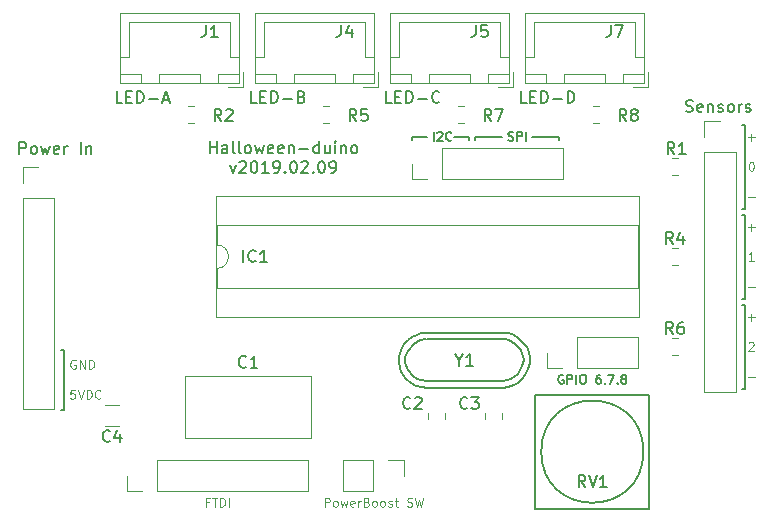
<source format=gbr>
G04 #@! TF.GenerationSoftware,KiCad,Pcbnew,(5.0.2)-1*
G04 #@! TF.CreationDate,2019-02-09T20:55:45-06:00*
G04 #@! TF.ProjectId,Halloween-Controller,48616c6c-6f77-4656-956e-2d436f6e7472,0.1*
G04 #@! TF.SameCoordinates,Original*
G04 #@! TF.FileFunction,Legend,Top*
G04 #@! TF.FilePolarity,Positive*
%FSLAX46Y46*%
G04 Gerber Fmt 4.6, Leading zero omitted, Abs format (unit mm)*
G04 Created by KiCad (PCBNEW (5.0.2)-1) date 2/9/2019 8:55:45 PM*
%MOMM*%
%LPD*%
G01*
G04 APERTURE LIST*
%ADD10C,0.150000*%
%ADD11C,0.100000*%
%ADD12C,0.200000*%
%ADD13C,0.120000*%
G04 APERTURE END LIST*
D10*
X102616380Y-71318380D02*
X102616380Y-70318380D01*
X102997333Y-70318380D01*
X103092571Y-70366000D01*
X103140190Y-70413619D01*
X103187809Y-70508857D01*
X103187809Y-70651714D01*
X103140190Y-70746952D01*
X103092571Y-70794571D01*
X102997333Y-70842190D01*
X102616380Y-70842190D01*
X103759238Y-71318380D02*
X103664000Y-71270761D01*
X103616380Y-71223142D01*
X103568761Y-71127904D01*
X103568761Y-70842190D01*
X103616380Y-70746952D01*
X103664000Y-70699333D01*
X103759238Y-70651714D01*
X103902095Y-70651714D01*
X103997333Y-70699333D01*
X104044952Y-70746952D01*
X104092571Y-70842190D01*
X104092571Y-71127904D01*
X104044952Y-71223142D01*
X103997333Y-71270761D01*
X103902095Y-71318380D01*
X103759238Y-71318380D01*
X104425904Y-70651714D02*
X104616380Y-71318380D01*
X104806857Y-70842190D01*
X104997333Y-71318380D01*
X105187809Y-70651714D01*
X105949714Y-71270761D02*
X105854476Y-71318380D01*
X105664000Y-71318380D01*
X105568761Y-71270761D01*
X105521142Y-71175523D01*
X105521142Y-70794571D01*
X105568761Y-70699333D01*
X105664000Y-70651714D01*
X105854476Y-70651714D01*
X105949714Y-70699333D01*
X105997333Y-70794571D01*
X105997333Y-70889809D01*
X105521142Y-70985047D01*
X106425904Y-71318380D02*
X106425904Y-70651714D01*
X106425904Y-70842190D02*
X106473523Y-70746952D01*
X106521142Y-70699333D01*
X106616380Y-70651714D01*
X106711619Y-70651714D01*
X107806857Y-71318380D02*
X107806857Y-70318380D01*
X108283047Y-70651714D02*
X108283047Y-71318380D01*
X108283047Y-70746952D02*
X108330666Y-70699333D01*
X108425904Y-70651714D01*
X108568761Y-70651714D01*
X108664000Y-70699333D01*
X108711619Y-70794571D01*
X108711619Y-71318380D01*
D11*
X107378571Y-88779000D02*
X107307142Y-88743285D01*
X107200000Y-88743285D01*
X107092857Y-88779000D01*
X107021428Y-88850428D01*
X106985714Y-88921857D01*
X106950000Y-89064714D01*
X106950000Y-89171857D01*
X106985714Y-89314714D01*
X107021428Y-89386142D01*
X107092857Y-89457571D01*
X107200000Y-89493285D01*
X107271428Y-89493285D01*
X107378571Y-89457571D01*
X107414285Y-89421857D01*
X107414285Y-89171857D01*
X107271428Y-89171857D01*
X107735714Y-89493285D02*
X107735714Y-88743285D01*
X108164285Y-89493285D01*
X108164285Y-88743285D01*
X108521428Y-89493285D02*
X108521428Y-88743285D01*
X108700000Y-88743285D01*
X108807142Y-88779000D01*
X108878571Y-88850428D01*
X108914285Y-88921857D01*
X108950000Y-89064714D01*
X108950000Y-89171857D01*
X108914285Y-89314714D01*
X108878571Y-89386142D01*
X108807142Y-89457571D01*
X108700000Y-89493285D01*
X108521428Y-89493285D01*
X107311142Y-91283285D02*
X106954000Y-91283285D01*
X106918285Y-91640428D01*
X106954000Y-91604714D01*
X107025428Y-91569000D01*
X107204000Y-91569000D01*
X107275428Y-91604714D01*
X107311142Y-91640428D01*
X107346857Y-91711857D01*
X107346857Y-91890428D01*
X107311142Y-91961857D01*
X107275428Y-91997571D01*
X107204000Y-92033285D01*
X107025428Y-92033285D01*
X106954000Y-91997571D01*
X106918285Y-91961857D01*
X107561142Y-91283285D02*
X107811142Y-92033285D01*
X108061142Y-91283285D01*
X108311142Y-92033285D02*
X108311142Y-91283285D01*
X108489714Y-91283285D01*
X108596857Y-91319000D01*
X108668285Y-91390428D01*
X108704000Y-91461857D01*
X108739714Y-91604714D01*
X108739714Y-91711857D01*
X108704000Y-91854714D01*
X108668285Y-91926142D01*
X108596857Y-91997571D01*
X108489714Y-92033285D01*
X108311142Y-92033285D01*
X109489714Y-91961857D02*
X109454000Y-91997571D01*
X109346857Y-92033285D01*
X109275428Y-92033285D01*
X109168285Y-91997571D01*
X109096857Y-91926142D01*
X109061142Y-91854714D01*
X109025428Y-91711857D01*
X109025428Y-91604714D01*
X109061142Y-91461857D01*
X109096857Y-91390428D01*
X109168285Y-91319000D01*
X109275428Y-91283285D01*
X109346857Y-91283285D01*
X109454000Y-91319000D01*
X109489714Y-91354714D01*
X128463000Y-101177285D02*
X128463000Y-100427285D01*
X128748714Y-100427285D01*
X128820142Y-100463000D01*
X128855857Y-100498714D01*
X128891571Y-100570142D01*
X128891571Y-100677285D01*
X128855857Y-100748714D01*
X128820142Y-100784428D01*
X128748714Y-100820142D01*
X128463000Y-100820142D01*
X129320142Y-101177285D02*
X129248714Y-101141571D01*
X129213000Y-101105857D01*
X129177285Y-101034428D01*
X129177285Y-100820142D01*
X129213000Y-100748714D01*
X129248714Y-100713000D01*
X129320142Y-100677285D01*
X129427285Y-100677285D01*
X129498714Y-100713000D01*
X129534428Y-100748714D01*
X129570142Y-100820142D01*
X129570142Y-101034428D01*
X129534428Y-101105857D01*
X129498714Y-101141571D01*
X129427285Y-101177285D01*
X129320142Y-101177285D01*
X129820142Y-100677285D02*
X129963000Y-101177285D01*
X130105857Y-100820142D01*
X130248714Y-101177285D01*
X130391571Y-100677285D01*
X130963000Y-101141571D02*
X130891571Y-101177285D01*
X130748714Y-101177285D01*
X130677285Y-101141571D01*
X130641571Y-101070142D01*
X130641571Y-100784428D01*
X130677285Y-100713000D01*
X130748714Y-100677285D01*
X130891571Y-100677285D01*
X130963000Y-100713000D01*
X130998714Y-100784428D01*
X130998714Y-100855857D01*
X130641571Y-100927285D01*
X131320142Y-101177285D02*
X131320142Y-100677285D01*
X131320142Y-100820142D02*
X131355857Y-100748714D01*
X131391571Y-100713000D01*
X131463000Y-100677285D01*
X131534428Y-100677285D01*
X132034428Y-100784428D02*
X132141571Y-100820142D01*
X132177285Y-100855857D01*
X132213000Y-100927285D01*
X132213000Y-101034428D01*
X132177285Y-101105857D01*
X132141571Y-101141571D01*
X132070142Y-101177285D01*
X131784428Y-101177285D01*
X131784428Y-100427285D01*
X132034428Y-100427285D01*
X132105857Y-100463000D01*
X132141571Y-100498714D01*
X132177285Y-100570142D01*
X132177285Y-100641571D01*
X132141571Y-100713000D01*
X132105857Y-100748714D01*
X132034428Y-100784428D01*
X131784428Y-100784428D01*
X132641571Y-101177285D02*
X132570142Y-101141571D01*
X132534428Y-101105857D01*
X132498714Y-101034428D01*
X132498714Y-100820142D01*
X132534428Y-100748714D01*
X132570142Y-100713000D01*
X132641571Y-100677285D01*
X132748714Y-100677285D01*
X132820142Y-100713000D01*
X132855857Y-100748714D01*
X132891571Y-100820142D01*
X132891571Y-101034428D01*
X132855857Y-101105857D01*
X132820142Y-101141571D01*
X132748714Y-101177285D01*
X132641571Y-101177285D01*
X133320142Y-101177285D02*
X133248714Y-101141571D01*
X133213000Y-101105857D01*
X133177285Y-101034428D01*
X133177285Y-100820142D01*
X133213000Y-100748714D01*
X133248714Y-100713000D01*
X133320142Y-100677285D01*
X133427285Y-100677285D01*
X133498714Y-100713000D01*
X133534428Y-100748714D01*
X133570142Y-100820142D01*
X133570142Y-101034428D01*
X133534428Y-101105857D01*
X133498714Y-101141571D01*
X133427285Y-101177285D01*
X133320142Y-101177285D01*
X133855857Y-101141571D02*
X133927285Y-101177285D01*
X134070142Y-101177285D01*
X134141571Y-101141571D01*
X134177285Y-101070142D01*
X134177285Y-101034428D01*
X134141571Y-100963000D01*
X134070142Y-100927285D01*
X133963000Y-100927285D01*
X133891571Y-100891571D01*
X133855857Y-100820142D01*
X133855857Y-100784428D01*
X133891571Y-100713000D01*
X133963000Y-100677285D01*
X134070142Y-100677285D01*
X134141571Y-100713000D01*
X134391571Y-100677285D02*
X134677285Y-100677285D01*
X134498714Y-100427285D02*
X134498714Y-101070142D01*
X134534428Y-101141571D01*
X134605857Y-101177285D01*
X134677285Y-101177285D01*
X135463000Y-101141571D02*
X135570142Y-101177285D01*
X135748714Y-101177285D01*
X135820142Y-101141571D01*
X135855857Y-101105857D01*
X135891571Y-101034428D01*
X135891571Y-100963000D01*
X135855857Y-100891571D01*
X135820142Y-100855857D01*
X135748714Y-100820142D01*
X135605857Y-100784428D01*
X135534428Y-100748714D01*
X135498714Y-100713000D01*
X135463000Y-100641571D01*
X135463000Y-100570142D01*
X135498714Y-100498714D01*
X135534428Y-100463000D01*
X135605857Y-100427285D01*
X135784428Y-100427285D01*
X135891571Y-100463000D01*
X136141571Y-100427285D02*
X136320142Y-101177285D01*
X136463000Y-100641571D01*
X136605857Y-101177285D01*
X136784428Y-100427285D01*
X118647857Y-100784428D02*
X118397857Y-100784428D01*
X118397857Y-101177285D02*
X118397857Y-100427285D01*
X118755000Y-100427285D01*
X118933571Y-100427285D02*
X119362142Y-100427285D01*
X119147857Y-101177285D02*
X119147857Y-100427285D01*
X119612142Y-101177285D02*
X119612142Y-100427285D01*
X119790714Y-100427285D01*
X119897857Y-100463000D01*
X119969285Y-100534428D01*
X120005000Y-100605857D01*
X120040714Y-100748714D01*
X120040714Y-100855857D01*
X120005000Y-100998714D01*
X119969285Y-101070142D01*
X119897857Y-101141571D01*
X119790714Y-101177285D01*
X119612142Y-101177285D01*
X120362142Y-101177285D02*
X120362142Y-100427285D01*
X164306285Y-90223571D02*
X164877714Y-90223571D01*
X164306285Y-85143571D02*
X164877714Y-85143571D01*
X164592000Y-85429285D02*
X164592000Y-84857857D01*
X164377714Y-87290714D02*
X164413428Y-87255000D01*
X164484857Y-87219285D01*
X164663428Y-87219285D01*
X164734857Y-87255000D01*
X164770571Y-87290714D01*
X164806285Y-87362142D01*
X164806285Y-87433571D01*
X164770571Y-87540714D01*
X164342000Y-87969285D01*
X164806285Y-87969285D01*
D12*
X163830000Y-91186000D02*
X164084000Y-91186000D01*
X164084000Y-84074000D02*
X163830000Y-84074000D01*
X164084000Y-84074000D02*
X164084000Y-91186000D01*
D11*
X164306285Y-77523571D02*
X164877714Y-77523571D01*
X164592000Y-77809285D02*
X164592000Y-77237857D01*
X164806285Y-80349285D02*
X164377714Y-80349285D01*
X164592000Y-80349285D02*
X164592000Y-79599285D01*
X164520571Y-79706428D01*
X164449142Y-79777857D01*
X164377714Y-79813571D01*
X164306285Y-82603571D02*
X164877714Y-82603571D01*
D12*
X163830000Y-83566000D02*
X164084000Y-83566000D01*
X164084000Y-76454000D02*
X164084000Y-83566000D01*
X164084000Y-76454000D02*
X163830000Y-76454000D01*
D11*
X164556285Y-71979285D02*
X164627714Y-71979285D01*
X164699142Y-72015000D01*
X164734857Y-72050714D01*
X164770571Y-72122142D01*
X164806285Y-72265000D01*
X164806285Y-72443571D01*
X164770571Y-72586428D01*
X164734857Y-72657857D01*
X164699142Y-72693571D01*
X164627714Y-72729285D01*
X164556285Y-72729285D01*
X164484857Y-72693571D01*
X164449142Y-72657857D01*
X164413428Y-72586428D01*
X164377714Y-72443571D01*
X164377714Y-72265000D01*
X164413428Y-72122142D01*
X164449142Y-72050714D01*
X164484857Y-72015000D01*
X164556285Y-71979285D01*
X164306285Y-74983571D02*
X164877714Y-74983571D01*
X164306285Y-69903571D02*
X164877714Y-69903571D01*
X164592000Y-70189285D02*
X164592000Y-69617857D01*
D12*
X163830000Y-75946000D02*
X164084000Y-75946000D01*
X164084000Y-68834000D02*
X164084000Y-75946000D01*
X164084000Y-68834000D02*
X163830000Y-68834000D01*
D10*
X159059904Y-67714761D02*
X159202761Y-67762380D01*
X159440857Y-67762380D01*
X159536095Y-67714761D01*
X159583714Y-67667142D01*
X159631333Y-67571904D01*
X159631333Y-67476666D01*
X159583714Y-67381428D01*
X159536095Y-67333809D01*
X159440857Y-67286190D01*
X159250380Y-67238571D01*
X159155142Y-67190952D01*
X159107523Y-67143333D01*
X159059904Y-67048095D01*
X159059904Y-66952857D01*
X159107523Y-66857619D01*
X159155142Y-66810000D01*
X159250380Y-66762380D01*
X159488476Y-66762380D01*
X159631333Y-66810000D01*
X160440857Y-67714761D02*
X160345619Y-67762380D01*
X160155142Y-67762380D01*
X160059904Y-67714761D01*
X160012285Y-67619523D01*
X160012285Y-67238571D01*
X160059904Y-67143333D01*
X160155142Y-67095714D01*
X160345619Y-67095714D01*
X160440857Y-67143333D01*
X160488476Y-67238571D01*
X160488476Y-67333809D01*
X160012285Y-67429047D01*
X160917047Y-67095714D02*
X160917047Y-67762380D01*
X160917047Y-67190952D02*
X160964666Y-67143333D01*
X161059904Y-67095714D01*
X161202761Y-67095714D01*
X161298000Y-67143333D01*
X161345619Y-67238571D01*
X161345619Y-67762380D01*
X161774190Y-67714761D02*
X161869428Y-67762380D01*
X162059904Y-67762380D01*
X162155142Y-67714761D01*
X162202761Y-67619523D01*
X162202761Y-67571904D01*
X162155142Y-67476666D01*
X162059904Y-67429047D01*
X161917047Y-67429047D01*
X161821809Y-67381428D01*
X161774190Y-67286190D01*
X161774190Y-67238571D01*
X161821809Y-67143333D01*
X161917047Y-67095714D01*
X162059904Y-67095714D01*
X162155142Y-67143333D01*
X162774190Y-67762380D02*
X162678952Y-67714761D01*
X162631333Y-67667142D01*
X162583714Y-67571904D01*
X162583714Y-67286190D01*
X162631333Y-67190952D01*
X162678952Y-67143333D01*
X162774190Y-67095714D01*
X162917047Y-67095714D01*
X163012285Y-67143333D01*
X163059904Y-67190952D01*
X163107523Y-67286190D01*
X163107523Y-67571904D01*
X163059904Y-67667142D01*
X163012285Y-67714761D01*
X162917047Y-67762380D01*
X162774190Y-67762380D01*
X163536095Y-67762380D02*
X163536095Y-67095714D01*
X163536095Y-67286190D02*
X163583714Y-67190952D01*
X163631333Y-67143333D01*
X163726571Y-67095714D01*
X163821809Y-67095714D01*
X164107523Y-67714761D02*
X164202761Y-67762380D01*
X164393238Y-67762380D01*
X164488476Y-67714761D01*
X164536095Y-67619523D01*
X164536095Y-67571904D01*
X164488476Y-67476666D01*
X164393238Y-67429047D01*
X164250380Y-67429047D01*
X164155142Y-67381428D01*
X164107523Y-67286190D01*
X164107523Y-67238571D01*
X164155142Y-67143333D01*
X164250380Y-67095714D01*
X164393238Y-67095714D01*
X164488476Y-67143333D01*
D12*
X148336000Y-70104000D02*
X148336000Y-69850000D01*
X146050000Y-69850000D02*
X148336000Y-69850000D01*
X141224000Y-69850000D02*
X143510000Y-69850000D01*
X141224000Y-69850000D02*
X141224000Y-70104000D01*
X140716000Y-70104000D02*
X140716000Y-69850000D01*
X139446000Y-69850000D02*
X140716000Y-69850000D01*
X135890000Y-69850000D02*
X137160000Y-69850000D01*
X135890000Y-69850000D02*
X135890000Y-70104000D01*
D10*
X144012142Y-70153571D02*
X144119285Y-70189285D01*
X144297857Y-70189285D01*
X144369285Y-70153571D01*
X144405000Y-70117857D01*
X144440714Y-70046428D01*
X144440714Y-69975000D01*
X144405000Y-69903571D01*
X144369285Y-69867857D01*
X144297857Y-69832142D01*
X144155000Y-69796428D01*
X144083571Y-69760714D01*
X144047857Y-69725000D01*
X144012142Y-69653571D01*
X144012142Y-69582142D01*
X144047857Y-69510714D01*
X144083571Y-69475000D01*
X144155000Y-69439285D01*
X144333571Y-69439285D01*
X144440714Y-69475000D01*
X144762142Y-70189285D02*
X144762142Y-69439285D01*
X145047857Y-69439285D01*
X145119285Y-69475000D01*
X145155000Y-69510714D01*
X145190714Y-69582142D01*
X145190714Y-69689285D01*
X145155000Y-69760714D01*
X145119285Y-69796428D01*
X145047857Y-69832142D01*
X144762142Y-69832142D01*
X145512142Y-70189285D02*
X145512142Y-69439285D01*
X137697857Y-70189285D02*
X137697857Y-69439285D01*
X138019285Y-69510714D02*
X138055000Y-69475000D01*
X138126428Y-69439285D01*
X138305000Y-69439285D01*
X138376428Y-69475000D01*
X138412142Y-69510714D01*
X138447857Y-69582142D01*
X138447857Y-69653571D01*
X138412142Y-69760714D01*
X137983571Y-70189285D01*
X138447857Y-70189285D01*
X139197857Y-70117857D02*
X139162142Y-70153571D01*
X139055000Y-70189285D01*
X138983571Y-70189285D01*
X138876428Y-70153571D01*
X138805000Y-70082142D01*
X138769285Y-70010714D01*
X138733571Y-69867857D01*
X138733571Y-69760714D01*
X138769285Y-69617857D01*
X138805000Y-69546428D01*
X138876428Y-69475000D01*
X138983571Y-69439285D01*
X139055000Y-69439285D01*
X139162142Y-69475000D01*
X139197857Y-69510714D01*
X145558095Y-67000380D02*
X145081904Y-67000380D01*
X145081904Y-66000380D01*
X145891428Y-66476571D02*
X146224761Y-66476571D01*
X146367619Y-67000380D02*
X145891428Y-67000380D01*
X145891428Y-66000380D01*
X146367619Y-66000380D01*
X146796190Y-67000380D02*
X146796190Y-66000380D01*
X147034285Y-66000380D01*
X147177142Y-66048000D01*
X147272380Y-66143238D01*
X147320000Y-66238476D01*
X147367619Y-66428952D01*
X147367619Y-66571809D01*
X147320000Y-66762285D01*
X147272380Y-66857523D01*
X147177142Y-66952761D01*
X147034285Y-67000380D01*
X146796190Y-67000380D01*
X147796190Y-66619428D02*
X148558095Y-66619428D01*
X149034285Y-67000380D02*
X149034285Y-66000380D01*
X149272380Y-66000380D01*
X149415238Y-66048000D01*
X149510476Y-66143238D01*
X149558095Y-66238476D01*
X149605714Y-66428952D01*
X149605714Y-66571809D01*
X149558095Y-66762285D01*
X149510476Y-66857523D01*
X149415238Y-66952761D01*
X149272380Y-67000380D01*
X149034285Y-67000380D01*
X134128095Y-67000380D02*
X133651904Y-67000380D01*
X133651904Y-66000380D01*
X134461428Y-66476571D02*
X134794761Y-66476571D01*
X134937619Y-67000380D02*
X134461428Y-67000380D01*
X134461428Y-66000380D01*
X134937619Y-66000380D01*
X135366190Y-67000380D02*
X135366190Y-66000380D01*
X135604285Y-66000380D01*
X135747142Y-66048000D01*
X135842380Y-66143238D01*
X135890000Y-66238476D01*
X135937619Y-66428952D01*
X135937619Y-66571809D01*
X135890000Y-66762285D01*
X135842380Y-66857523D01*
X135747142Y-66952761D01*
X135604285Y-67000380D01*
X135366190Y-67000380D01*
X136366190Y-66619428D02*
X137128095Y-66619428D01*
X138175714Y-66905142D02*
X138128095Y-66952761D01*
X137985238Y-67000380D01*
X137890000Y-67000380D01*
X137747142Y-66952761D01*
X137651904Y-66857523D01*
X137604285Y-66762285D01*
X137556666Y-66571809D01*
X137556666Y-66428952D01*
X137604285Y-66238476D01*
X137651904Y-66143238D01*
X137747142Y-66048000D01*
X137890000Y-66000380D01*
X137985238Y-66000380D01*
X138128095Y-66048000D01*
X138175714Y-66095619D01*
X122698095Y-67000380D02*
X122221904Y-67000380D01*
X122221904Y-66000380D01*
X123031428Y-66476571D02*
X123364761Y-66476571D01*
X123507619Y-67000380D02*
X123031428Y-67000380D01*
X123031428Y-66000380D01*
X123507619Y-66000380D01*
X123936190Y-67000380D02*
X123936190Y-66000380D01*
X124174285Y-66000380D01*
X124317142Y-66048000D01*
X124412380Y-66143238D01*
X124460000Y-66238476D01*
X124507619Y-66428952D01*
X124507619Y-66571809D01*
X124460000Y-66762285D01*
X124412380Y-66857523D01*
X124317142Y-66952761D01*
X124174285Y-67000380D01*
X123936190Y-67000380D01*
X124936190Y-66619428D02*
X125698095Y-66619428D01*
X126507619Y-66476571D02*
X126650476Y-66524190D01*
X126698095Y-66571809D01*
X126745714Y-66667047D01*
X126745714Y-66809904D01*
X126698095Y-66905142D01*
X126650476Y-66952761D01*
X126555238Y-67000380D01*
X126174285Y-67000380D01*
X126174285Y-66000380D01*
X126507619Y-66000380D01*
X126602857Y-66048000D01*
X126650476Y-66095619D01*
X126698095Y-66190857D01*
X126698095Y-66286095D01*
X126650476Y-66381333D01*
X126602857Y-66428952D01*
X126507619Y-66476571D01*
X126174285Y-66476571D01*
X111339523Y-67000380D02*
X110863333Y-67000380D01*
X110863333Y-66000380D01*
X111672857Y-66476571D02*
X112006190Y-66476571D01*
X112149047Y-67000380D02*
X111672857Y-67000380D01*
X111672857Y-66000380D01*
X112149047Y-66000380D01*
X112577619Y-67000380D02*
X112577619Y-66000380D01*
X112815714Y-66000380D01*
X112958571Y-66048000D01*
X113053809Y-66143238D01*
X113101428Y-66238476D01*
X113149047Y-66428952D01*
X113149047Y-66571809D01*
X113101428Y-66762285D01*
X113053809Y-66857523D01*
X112958571Y-66952761D01*
X112815714Y-67000380D01*
X112577619Y-67000380D01*
X113577619Y-66619428D02*
X114339523Y-66619428D01*
X114768095Y-66714666D02*
X115244285Y-66714666D01*
X114672857Y-67000380D02*
X115006190Y-66000380D01*
X115339523Y-67000380D01*
X118753714Y-71255380D02*
X118753714Y-70255380D01*
X118753714Y-70731571D02*
X119325142Y-70731571D01*
X119325142Y-71255380D02*
X119325142Y-70255380D01*
X120229904Y-71255380D02*
X120229904Y-70731571D01*
X120182285Y-70636333D01*
X120087047Y-70588714D01*
X119896571Y-70588714D01*
X119801333Y-70636333D01*
X120229904Y-71207761D02*
X120134666Y-71255380D01*
X119896571Y-71255380D01*
X119801333Y-71207761D01*
X119753714Y-71112523D01*
X119753714Y-71017285D01*
X119801333Y-70922047D01*
X119896571Y-70874428D01*
X120134666Y-70874428D01*
X120229904Y-70826809D01*
X120848952Y-71255380D02*
X120753714Y-71207761D01*
X120706095Y-71112523D01*
X120706095Y-70255380D01*
X121372761Y-71255380D02*
X121277523Y-71207761D01*
X121229904Y-71112523D01*
X121229904Y-70255380D01*
X121896571Y-71255380D02*
X121801333Y-71207761D01*
X121753714Y-71160142D01*
X121706095Y-71064904D01*
X121706095Y-70779190D01*
X121753714Y-70683952D01*
X121801333Y-70636333D01*
X121896571Y-70588714D01*
X122039428Y-70588714D01*
X122134666Y-70636333D01*
X122182285Y-70683952D01*
X122229904Y-70779190D01*
X122229904Y-71064904D01*
X122182285Y-71160142D01*
X122134666Y-71207761D01*
X122039428Y-71255380D01*
X121896571Y-71255380D01*
X122563238Y-70588714D02*
X122753714Y-71255380D01*
X122944190Y-70779190D01*
X123134666Y-71255380D01*
X123325142Y-70588714D01*
X124087047Y-71207761D02*
X123991809Y-71255380D01*
X123801333Y-71255380D01*
X123706095Y-71207761D01*
X123658476Y-71112523D01*
X123658476Y-70731571D01*
X123706095Y-70636333D01*
X123801333Y-70588714D01*
X123991809Y-70588714D01*
X124087047Y-70636333D01*
X124134666Y-70731571D01*
X124134666Y-70826809D01*
X123658476Y-70922047D01*
X124944190Y-71207761D02*
X124848952Y-71255380D01*
X124658476Y-71255380D01*
X124563238Y-71207761D01*
X124515619Y-71112523D01*
X124515619Y-70731571D01*
X124563238Y-70636333D01*
X124658476Y-70588714D01*
X124848952Y-70588714D01*
X124944190Y-70636333D01*
X124991809Y-70731571D01*
X124991809Y-70826809D01*
X124515619Y-70922047D01*
X125420380Y-70588714D02*
X125420380Y-71255380D01*
X125420380Y-70683952D02*
X125468000Y-70636333D01*
X125563238Y-70588714D01*
X125706095Y-70588714D01*
X125801333Y-70636333D01*
X125848952Y-70731571D01*
X125848952Y-71255380D01*
X126325142Y-70874428D02*
X127087047Y-70874428D01*
X127991809Y-71255380D02*
X127991809Y-70255380D01*
X127991809Y-71207761D02*
X127896571Y-71255380D01*
X127706095Y-71255380D01*
X127610857Y-71207761D01*
X127563238Y-71160142D01*
X127515619Y-71064904D01*
X127515619Y-70779190D01*
X127563238Y-70683952D01*
X127610857Y-70636333D01*
X127706095Y-70588714D01*
X127896571Y-70588714D01*
X127991809Y-70636333D01*
X128896571Y-70588714D02*
X128896571Y-71255380D01*
X128468000Y-70588714D02*
X128468000Y-71112523D01*
X128515619Y-71207761D01*
X128610857Y-71255380D01*
X128753714Y-71255380D01*
X128848952Y-71207761D01*
X128896571Y-71160142D01*
X129372761Y-71255380D02*
X129372761Y-70588714D01*
X129372761Y-70255380D02*
X129325142Y-70303000D01*
X129372761Y-70350619D01*
X129420380Y-70303000D01*
X129372761Y-70255380D01*
X129372761Y-70350619D01*
X129848952Y-70588714D02*
X129848952Y-71255380D01*
X129848952Y-70683952D02*
X129896571Y-70636333D01*
X129991809Y-70588714D01*
X130134666Y-70588714D01*
X130229904Y-70636333D01*
X130277523Y-70731571D01*
X130277523Y-71255380D01*
X130896571Y-71255380D02*
X130801333Y-71207761D01*
X130753714Y-71160142D01*
X130706095Y-71064904D01*
X130706095Y-70779190D01*
X130753714Y-70683952D01*
X130801333Y-70636333D01*
X130896571Y-70588714D01*
X131039428Y-70588714D01*
X131134666Y-70636333D01*
X131182285Y-70683952D01*
X131229904Y-70779190D01*
X131229904Y-71064904D01*
X131182285Y-71160142D01*
X131134666Y-71207761D01*
X131039428Y-71255380D01*
X130896571Y-71255380D01*
X120444190Y-72238714D02*
X120682285Y-72905380D01*
X120920380Y-72238714D01*
X121253714Y-72000619D02*
X121301333Y-71953000D01*
X121396571Y-71905380D01*
X121634666Y-71905380D01*
X121729904Y-71953000D01*
X121777523Y-72000619D01*
X121825142Y-72095857D01*
X121825142Y-72191095D01*
X121777523Y-72333952D01*
X121206095Y-72905380D01*
X121825142Y-72905380D01*
X122444190Y-71905380D02*
X122539428Y-71905380D01*
X122634666Y-71953000D01*
X122682285Y-72000619D01*
X122729904Y-72095857D01*
X122777523Y-72286333D01*
X122777523Y-72524428D01*
X122729904Y-72714904D01*
X122682285Y-72810142D01*
X122634666Y-72857761D01*
X122539428Y-72905380D01*
X122444190Y-72905380D01*
X122348952Y-72857761D01*
X122301333Y-72810142D01*
X122253714Y-72714904D01*
X122206095Y-72524428D01*
X122206095Y-72286333D01*
X122253714Y-72095857D01*
X122301333Y-72000619D01*
X122348952Y-71953000D01*
X122444190Y-71905380D01*
X123729904Y-72905380D02*
X123158476Y-72905380D01*
X123444190Y-72905380D02*
X123444190Y-71905380D01*
X123348952Y-72048238D01*
X123253714Y-72143476D01*
X123158476Y-72191095D01*
X124206095Y-72905380D02*
X124396571Y-72905380D01*
X124491809Y-72857761D01*
X124539428Y-72810142D01*
X124634666Y-72667285D01*
X124682285Y-72476809D01*
X124682285Y-72095857D01*
X124634666Y-72000619D01*
X124587047Y-71953000D01*
X124491809Y-71905380D01*
X124301333Y-71905380D01*
X124206095Y-71953000D01*
X124158476Y-72000619D01*
X124110857Y-72095857D01*
X124110857Y-72333952D01*
X124158476Y-72429190D01*
X124206095Y-72476809D01*
X124301333Y-72524428D01*
X124491809Y-72524428D01*
X124587047Y-72476809D01*
X124634666Y-72429190D01*
X124682285Y-72333952D01*
X125110857Y-72810142D02*
X125158476Y-72857761D01*
X125110857Y-72905380D01*
X125063238Y-72857761D01*
X125110857Y-72810142D01*
X125110857Y-72905380D01*
X125777523Y-71905380D02*
X125872761Y-71905380D01*
X125968000Y-71953000D01*
X126015619Y-72000619D01*
X126063238Y-72095857D01*
X126110857Y-72286333D01*
X126110857Y-72524428D01*
X126063238Y-72714904D01*
X126015619Y-72810142D01*
X125968000Y-72857761D01*
X125872761Y-72905380D01*
X125777523Y-72905380D01*
X125682285Y-72857761D01*
X125634666Y-72810142D01*
X125587047Y-72714904D01*
X125539428Y-72524428D01*
X125539428Y-72286333D01*
X125587047Y-72095857D01*
X125634666Y-72000619D01*
X125682285Y-71953000D01*
X125777523Y-71905380D01*
X126491809Y-72000619D02*
X126539428Y-71953000D01*
X126634666Y-71905380D01*
X126872761Y-71905380D01*
X126968000Y-71953000D01*
X127015619Y-72000619D01*
X127063238Y-72095857D01*
X127063238Y-72191095D01*
X127015619Y-72333952D01*
X126444190Y-72905380D01*
X127063238Y-72905380D01*
X127491809Y-72810142D02*
X127539428Y-72857761D01*
X127491809Y-72905380D01*
X127444190Y-72857761D01*
X127491809Y-72810142D01*
X127491809Y-72905380D01*
X128158476Y-71905380D02*
X128253714Y-71905380D01*
X128348952Y-71953000D01*
X128396571Y-72000619D01*
X128444190Y-72095857D01*
X128491809Y-72286333D01*
X128491809Y-72524428D01*
X128444190Y-72714904D01*
X128396571Y-72810142D01*
X128348952Y-72857761D01*
X128253714Y-72905380D01*
X128158476Y-72905380D01*
X128063238Y-72857761D01*
X128015619Y-72810142D01*
X127968000Y-72714904D01*
X127920380Y-72524428D01*
X127920380Y-72286333D01*
X127968000Y-72095857D01*
X128015619Y-72000619D01*
X128063238Y-71953000D01*
X128158476Y-71905380D01*
X128968000Y-72905380D02*
X129158476Y-72905380D01*
X129253714Y-72857761D01*
X129301333Y-72810142D01*
X129396571Y-72667285D01*
X129444190Y-72476809D01*
X129444190Y-72095857D01*
X129396571Y-72000619D01*
X129348952Y-71953000D01*
X129253714Y-71905380D01*
X129063238Y-71905380D01*
X128968000Y-71953000D01*
X128920380Y-72000619D01*
X128872761Y-72095857D01*
X128872761Y-72333952D01*
X128920380Y-72429190D01*
X128968000Y-72476809D01*
X129063238Y-72524428D01*
X129253714Y-72524428D01*
X129348952Y-72476809D01*
X129396571Y-72429190D01*
X129444190Y-72333952D01*
X148665714Y-90049000D02*
X148594285Y-90013285D01*
X148487142Y-90013285D01*
X148380000Y-90049000D01*
X148308571Y-90120428D01*
X148272857Y-90191857D01*
X148237142Y-90334714D01*
X148237142Y-90441857D01*
X148272857Y-90584714D01*
X148308571Y-90656142D01*
X148380000Y-90727571D01*
X148487142Y-90763285D01*
X148558571Y-90763285D01*
X148665714Y-90727571D01*
X148701428Y-90691857D01*
X148701428Y-90441857D01*
X148558571Y-90441857D01*
X149022857Y-90763285D02*
X149022857Y-90013285D01*
X149308571Y-90013285D01*
X149380000Y-90049000D01*
X149415714Y-90084714D01*
X149451428Y-90156142D01*
X149451428Y-90263285D01*
X149415714Y-90334714D01*
X149380000Y-90370428D01*
X149308571Y-90406142D01*
X149022857Y-90406142D01*
X149772857Y-90763285D02*
X149772857Y-90013285D01*
X150272857Y-90013285D02*
X150415714Y-90013285D01*
X150487142Y-90049000D01*
X150558571Y-90120428D01*
X150594285Y-90263285D01*
X150594285Y-90513285D01*
X150558571Y-90656142D01*
X150487142Y-90727571D01*
X150415714Y-90763285D01*
X150272857Y-90763285D01*
X150201428Y-90727571D01*
X150130000Y-90656142D01*
X150094285Y-90513285D01*
X150094285Y-90263285D01*
X150130000Y-90120428D01*
X150201428Y-90049000D01*
X150272857Y-90013285D01*
X151808571Y-90013285D02*
X151665714Y-90013285D01*
X151594285Y-90049000D01*
X151558571Y-90084714D01*
X151487142Y-90191857D01*
X151451428Y-90334714D01*
X151451428Y-90620428D01*
X151487142Y-90691857D01*
X151522857Y-90727571D01*
X151594285Y-90763285D01*
X151737142Y-90763285D01*
X151808571Y-90727571D01*
X151844285Y-90691857D01*
X151880000Y-90620428D01*
X151880000Y-90441857D01*
X151844285Y-90370428D01*
X151808571Y-90334714D01*
X151737142Y-90299000D01*
X151594285Y-90299000D01*
X151522857Y-90334714D01*
X151487142Y-90370428D01*
X151451428Y-90441857D01*
X152201428Y-90691857D02*
X152237142Y-90727571D01*
X152201428Y-90763285D01*
X152165714Y-90727571D01*
X152201428Y-90691857D01*
X152201428Y-90763285D01*
X152487142Y-90013285D02*
X152987142Y-90013285D01*
X152665714Y-90763285D01*
X153272857Y-90691857D02*
X153308571Y-90727571D01*
X153272857Y-90763285D01*
X153237142Y-90727571D01*
X153272857Y-90691857D01*
X153272857Y-90763285D01*
X153737142Y-90334714D02*
X153665714Y-90299000D01*
X153630000Y-90263285D01*
X153594285Y-90191857D01*
X153594285Y-90156142D01*
X153630000Y-90084714D01*
X153665714Y-90049000D01*
X153737142Y-90013285D01*
X153880000Y-90013285D01*
X153951428Y-90049000D01*
X153987142Y-90084714D01*
X154022857Y-90156142D01*
X154022857Y-90191857D01*
X153987142Y-90263285D01*
X153951428Y-90299000D01*
X153880000Y-90334714D01*
X153737142Y-90334714D01*
X153665714Y-90370428D01*
X153630000Y-90406142D01*
X153594285Y-90477571D01*
X153594285Y-90620428D01*
X153630000Y-90691857D01*
X153665714Y-90727571D01*
X153737142Y-90763285D01*
X153880000Y-90763285D01*
X153951428Y-90727571D01*
X153987142Y-90691857D01*
X154022857Y-90620428D01*
X154022857Y-90477571D01*
X153987142Y-90406142D01*
X153951428Y-90370428D01*
X153880000Y-90334714D01*
D12*
X106426000Y-92964000D02*
X106172000Y-92964000D01*
X106426000Y-87884000D02*
X106426000Y-92964000D01*
X106172000Y-87884000D02*
X106426000Y-87884000D01*
D13*
G04 #@! TO.C,IC1*
X119320000Y-79010000D02*
G75*
G02X119320000Y-81010000I0J-1000000D01*
G01*
X119320000Y-81010000D02*
X119320000Y-82660000D01*
X119320000Y-82660000D02*
X155000000Y-82660000D01*
X155000000Y-82660000D02*
X155000000Y-77360000D01*
X155000000Y-77360000D02*
X119320000Y-77360000D01*
X119320000Y-77360000D02*
X119320000Y-79010000D01*
X119260000Y-85150000D02*
X155060000Y-85150000D01*
X155060000Y-85150000D02*
X155060000Y-74870000D01*
X155060000Y-74870000D02*
X119260000Y-74870000D01*
X119260000Y-74870000D02*
X119260000Y-85150000D01*
G04 #@! TO.C,C2*
X138632000Y-93219748D02*
X138632000Y-93742252D01*
X137212000Y-93219748D02*
X137212000Y-93742252D01*
G04 #@! TO.C,C3*
X142038000Y-93219748D02*
X142038000Y-93742252D01*
X143458000Y-93219748D02*
X143458000Y-93742252D01*
G04 #@! TO.C,J1*
X121515000Y-65615000D02*
X121515000Y-64365000D01*
X120265000Y-65615000D02*
X121515000Y-65615000D01*
X111865000Y-60115000D02*
X116165000Y-60115000D01*
X111865000Y-63065000D02*
X111865000Y-60115000D01*
X111115000Y-63065000D02*
X111865000Y-63065000D01*
X120465000Y-60115000D02*
X116165000Y-60115000D01*
X120465000Y-63065000D02*
X120465000Y-60115000D01*
X121215000Y-63065000D02*
X120465000Y-63065000D01*
X111115000Y-65315000D02*
X112915000Y-65315000D01*
X111115000Y-64565000D02*
X111115000Y-65315000D01*
X112915000Y-64565000D02*
X111115000Y-64565000D01*
X112915000Y-65315000D02*
X112915000Y-64565000D01*
X119415000Y-65315000D02*
X121215000Y-65315000D01*
X119415000Y-64565000D02*
X119415000Y-65315000D01*
X121215000Y-64565000D02*
X119415000Y-64565000D01*
X121215000Y-65315000D02*
X121215000Y-64565000D01*
X114415000Y-65315000D02*
X117915000Y-65315000D01*
X114415000Y-64565000D02*
X114415000Y-65315000D01*
X117915000Y-64565000D02*
X114415000Y-64565000D01*
X117915000Y-65315000D02*
X117915000Y-64565000D01*
X111105000Y-65325000D02*
X121225000Y-65325000D01*
X111105000Y-59355000D02*
X111105000Y-65325000D01*
X121225000Y-59355000D02*
X111105000Y-59355000D01*
X121225000Y-65325000D02*
X121225000Y-59355000D01*
G04 #@! TO.C,J2*
X127060000Y-99882000D02*
X127060000Y-97222000D01*
X114300000Y-99882000D02*
X127060000Y-99882000D01*
X114300000Y-97222000D02*
X127060000Y-97222000D01*
X114300000Y-99882000D02*
X114300000Y-97222000D01*
X113030000Y-99882000D02*
X111700000Y-99882000D01*
X111700000Y-99882000D02*
X111700000Y-98552000D01*
G04 #@! TO.C,J3*
X160595000Y-91500000D02*
X163255000Y-91500000D01*
X160595000Y-71120000D02*
X160595000Y-91500000D01*
X163255000Y-71120000D02*
X163255000Y-91500000D01*
X160595000Y-71120000D02*
X163255000Y-71120000D01*
X160595000Y-69850000D02*
X160595000Y-68520000D01*
X160595000Y-68520000D02*
X161925000Y-68520000D01*
G04 #@! TO.C,J4*
X132655000Y-65325000D02*
X132655000Y-59355000D01*
X132655000Y-59355000D02*
X122535000Y-59355000D01*
X122535000Y-59355000D02*
X122535000Y-65325000D01*
X122535000Y-65325000D02*
X132655000Y-65325000D01*
X129345000Y-65315000D02*
X129345000Y-64565000D01*
X129345000Y-64565000D02*
X125845000Y-64565000D01*
X125845000Y-64565000D02*
X125845000Y-65315000D01*
X125845000Y-65315000D02*
X129345000Y-65315000D01*
X132645000Y-65315000D02*
X132645000Y-64565000D01*
X132645000Y-64565000D02*
X130845000Y-64565000D01*
X130845000Y-64565000D02*
X130845000Y-65315000D01*
X130845000Y-65315000D02*
X132645000Y-65315000D01*
X124345000Y-65315000D02*
X124345000Y-64565000D01*
X124345000Y-64565000D02*
X122545000Y-64565000D01*
X122545000Y-64565000D02*
X122545000Y-65315000D01*
X122545000Y-65315000D02*
X124345000Y-65315000D01*
X132645000Y-63065000D02*
X131895000Y-63065000D01*
X131895000Y-63065000D02*
X131895000Y-60115000D01*
X131895000Y-60115000D02*
X127595000Y-60115000D01*
X122545000Y-63065000D02*
X123295000Y-63065000D01*
X123295000Y-63065000D02*
X123295000Y-60115000D01*
X123295000Y-60115000D02*
X127595000Y-60115000D01*
X131695000Y-65615000D02*
X132945000Y-65615000D01*
X132945000Y-65615000D02*
X132945000Y-64365000D01*
G04 #@! TO.C,J5*
X144085000Y-65325000D02*
X144085000Y-59355000D01*
X144085000Y-59355000D02*
X133965000Y-59355000D01*
X133965000Y-59355000D02*
X133965000Y-65325000D01*
X133965000Y-65325000D02*
X144085000Y-65325000D01*
X140775000Y-65315000D02*
X140775000Y-64565000D01*
X140775000Y-64565000D02*
X137275000Y-64565000D01*
X137275000Y-64565000D02*
X137275000Y-65315000D01*
X137275000Y-65315000D02*
X140775000Y-65315000D01*
X144075000Y-65315000D02*
X144075000Y-64565000D01*
X144075000Y-64565000D02*
X142275000Y-64565000D01*
X142275000Y-64565000D02*
X142275000Y-65315000D01*
X142275000Y-65315000D02*
X144075000Y-65315000D01*
X135775000Y-65315000D02*
X135775000Y-64565000D01*
X135775000Y-64565000D02*
X133975000Y-64565000D01*
X133975000Y-64565000D02*
X133975000Y-65315000D01*
X133975000Y-65315000D02*
X135775000Y-65315000D01*
X144075000Y-63065000D02*
X143325000Y-63065000D01*
X143325000Y-63065000D02*
X143325000Y-60115000D01*
X143325000Y-60115000D02*
X139025000Y-60115000D01*
X133975000Y-63065000D02*
X134725000Y-63065000D01*
X134725000Y-63065000D02*
X134725000Y-60115000D01*
X134725000Y-60115000D02*
X139025000Y-60115000D01*
X143125000Y-65615000D02*
X144375000Y-65615000D01*
X144375000Y-65615000D02*
X144375000Y-64365000D01*
G04 #@! TO.C,J6*
X148650000Y-73466000D02*
X148650000Y-70806000D01*
X138430000Y-73466000D02*
X148650000Y-73466000D01*
X138430000Y-70806000D02*
X148650000Y-70806000D01*
X138430000Y-73466000D02*
X138430000Y-70806000D01*
X137160000Y-73466000D02*
X135830000Y-73466000D01*
X135830000Y-73466000D02*
X135830000Y-72136000D01*
G04 #@! TO.C,J7*
X155805000Y-65615000D02*
X155805000Y-64365000D01*
X154555000Y-65615000D02*
X155805000Y-65615000D01*
X146155000Y-60115000D02*
X150455000Y-60115000D01*
X146155000Y-63065000D02*
X146155000Y-60115000D01*
X145405000Y-63065000D02*
X146155000Y-63065000D01*
X154755000Y-60115000D02*
X150455000Y-60115000D01*
X154755000Y-63065000D02*
X154755000Y-60115000D01*
X155505000Y-63065000D02*
X154755000Y-63065000D01*
X145405000Y-65315000D02*
X147205000Y-65315000D01*
X145405000Y-64565000D02*
X145405000Y-65315000D01*
X147205000Y-64565000D02*
X145405000Y-64565000D01*
X147205000Y-65315000D02*
X147205000Y-64565000D01*
X153705000Y-65315000D02*
X155505000Y-65315000D01*
X153705000Y-64565000D02*
X153705000Y-65315000D01*
X155505000Y-64565000D02*
X153705000Y-64565000D01*
X155505000Y-65315000D02*
X155505000Y-64565000D01*
X148705000Y-65315000D02*
X152205000Y-65315000D01*
X148705000Y-64565000D02*
X148705000Y-65315000D01*
X152205000Y-64565000D02*
X148705000Y-64565000D01*
X152205000Y-65315000D02*
X152205000Y-64565000D01*
X145395000Y-65325000D02*
X155515000Y-65325000D01*
X145395000Y-59355000D02*
X145395000Y-65325000D01*
X155515000Y-59355000D02*
X145395000Y-59355000D01*
X155515000Y-65325000D02*
X155515000Y-59355000D01*
G04 #@! TO.C,R1*
X158373578Y-71680000D02*
X157856422Y-71680000D01*
X158373578Y-73100000D02*
X157856422Y-73100000D01*
G04 #@! TO.C,R2*
X116883922Y-68655000D02*
X117401078Y-68655000D01*
X116883922Y-67235000D02*
X117401078Y-67235000D01*
G04 #@! TO.C,R4*
X158373578Y-80720000D02*
X157856422Y-80720000D01*
X158373578Y-79300000D02*
X157856422Y-79300000D01*
G04 #@! TO.C,R5*
X128313922Y-68655000D02*
X128831078Y-68655000D01*
X128313922Y-67235000D02*
X128831078Y-67235000D01*
G04 #@! TO.C,R6*
X158373578Y-86920000D02*
X157856422Y-86920000D01*
X158373578Y-88340000D02*
X157856422Y-88340000D01*
G04 #@! TO.C,R7*
X139743922Y-68655000D02*
X140261078Y-68655000D01*
X139743922Y-67235000D02*
X140261078Y-67235000D01*
G04 #@! TO.C,R8*
X151173922Y-67235000D02*
X151691078Y-67235000D01*
X151173922Y-68655000D02*
X151691078Y-68655000D01*
D10*
G04 #@! TO.C,Y1*
X145006060Y-87772240D02*
X145206720Y-88173560D01*
X145206720Y-88173560D02*
X145308320Y-88773000D01*
X145308320Y-88773000D02*
X145206720Y-89273380D01*
X145206720Y-89273380D02*
X144807940Y-89971880D01*
X144807940Y-89971880D02*
X144205960Y-90373200D01*
X144205960Y-90373200D02*
X143606520Y-90573860D01*
X143606520Y-90573860D02*
X137007600Y-90573860D01*
X137007600Y-90573860D02*
X136306560Y-90373200D01*
X136306560Y-90373200D02*
X135907780Y-90073480D01*
X135907780Y-90073480D02*
X135506460Y-89573100D01*
X135506460Y-89573100D02*
X135305800Y-88973660D01*
X135305800Y-88973660D02*
X135305800Y-88473280D01*
X135305800Y-88473280D02*
X135506460Y-87972900D01*
X135506460Y-87972900D02*
X136006840Y-87373460D01*
X136006840Y-87373460D02*
X136507220Y-87073740D01*
X136507220Y-87073740D02*
X137007600Y-86972140D01*
X137106660Y-86972140D02*
X143708120Y-86972140D01*
X143708120Y-86972140D02*
X144106900Y-87073740D01*
X144106900Y-87073740D02*
X144607280Y-87373460D01*
X144607280Y-87373460D02*
X145107660Y-87873840D01*
X137116820Y-86443820D02*
X136657080Y-86492080D01*
X136657080Y-86492080D02*
X136258300Y-86603840D01*
X136258300Y-86603840D02*
X135826500Y-86822280D01*
X135826500Y-86822280D02*
X135536940Y-87053420D01*
X135536940Y-87053420D02*
X135206740Y-87403940D01*
X135206740Y-87403940D02*
X134917180Y-87942420D01*
X134917180Y-87942420D02*
X134787640Y-88541860D01*
X134787640Y-88541860D02*
X134787640Y-89052400D01*
X134787640Y-89052400D02*
X134957820Y-89753440D01*
X134957820Y-89753440D02*
X135356600Y-90342720D01*
X135356600Y-90342720D02*
X135816340Y-90713560D01*
X135816340Y-90713560D02*
X136237980Y-90921840D01*
X136237980Y-90921840D02*
X136687560Y-91081860D01*
X136687560Y-91081860D02*
X137126980Y-91112340D01*
X144467580Y-90893900D02*
X144846040Y-90672920D01*
X144846040Y-90672920D02*
X145166080Y-90393520D01*
X145166080Y-90393520D02*
X145417540Y-90063320D01*
X145417540Y-90063320D02*
X145717260Y-89512140D01*
X145717260Y-89512140D02*
X145826480Y-89042240D01*
X145826480Y-89042240D02*
X145846800Y-88582500D01*
X145846800Y-88582500D02*
X145757900Y-88122760D01*
X145757900Y-88122760D02*
X145567400Y-87673180D01*
X145567400Y-87673180D02*
X145206720Y-87203280D01*
X145206720Y-87203280D02*
X144856200Y-86883240D01*
X144856200Y-86883240D02*
X144467580Y-86652100D01*
X144467580Y-86652100D02*
X144038320Y-86512400D01*
X144038320Y-86512400D02*
X143596360Y-86443820D01*
X137106660Y-91102180D02*
X143558260Y-91102180D01*
X143558260Y-91102180D02*
X143977360Y-91064080D01*
X143977360Y-91064080D02*
X144467580Y-90893900D01*
X137106660Y-86443820D02*
X143558260Y-86443820D01*
D13*
G04 #@! TO.C,C1*
X116610000Y-90090000D02*
X127350000Y-90090000D01*
X116610000Y-95330000D02*
X127350000Y-95330000D01*
X116610000Y-90090000D02*
X116610000Y-95330000D01*
X127350000Y-90090000D02*
X127350000Y-95330000D01*
G04 #@! TO.C,VTR1*
X102886200Y-92871600D02*
X105546200Y-92871600D01*
X102886200Y-75031600D02*
X102886200Y-92871600D01*
X105546200Y-75031600D02*
X105546200Y-92871600D01*
X102886200Y-75031600D02*
X105546200Y-75031600D01*
X102886200Y-73761600D02*
X102886200Y-72431600D01*
X102886200Y-72431600D02*
X104216200Y-72431600D01*
D10*
G04 #@! TO.C,RV1*
X146304000Y-91694000D02*
X146304000Y-101346000D01*
X146304000Y-101346000D02*
X155956000Y-101346000D01*
X155956000Y-101346000D02*
X155956000Y-91694000D01*
X155956000Y-91694000D02*
X146304000Y-91694000D01*
X155455464Y-96520000D02*
G75*
G03X155455464Y-96520000I-4325464J0D01*
G01*
D13*
G04 #@! TO.C,SW1*
X129988000Y-97222000D02*
X129988000Y-99882000D01*
X132588000Y-97222000D02*
X129988000Y-97222000D01*
X132588000Y-99882000D02*
X129988000Y-99882000D01*
X132588000Y-97222000D02*
X132588000Y-99882000D01*
X133858000Y-97222000D02*
X135188000Y-97222000D01*
X135188000Y-97222000D02*
X135188000Y-98552000D01*
G04 #@! TO.C,C4*
X109851436Y-92562000D02*
X111055564Y-92562000D01*
X109851436Y-94382000D02*
X111055564Y-94382000D01*
G04 #@! TO.C,J8*
X155000000Y-89468000D02*
X155000000Y-86808000D01*
X149860000Y-89468000D02*
X155000000Y-89468000D01*
X149860000Y-86808000D02*
X155000000Y-86808000D01*
X149860000Y-89468000D02*
X149860000Y-86808000D01*
X148590000Y-89468000D02*
X147260000Y-89468000D01*
X147260000Y-89468000D02*
X147260000Y-88138000D01*
G04 #@! TO.C,IC1*
D10*
X121578809Y-80462380D02*
X121578809Y-79462380D01*
X122626428Y-80367142D02*
X122578809Y-80414761D01*
X122435952Y-80462380D01*
X122340714Y-80462380D01*
X122197857Y-80414761D01*
X122102619Y-80319523D01*
X122055000Y-80224285D01*
X122007380Y-80033809D01*
X122007380Y-79890952D01*
X122055000Y-79700476D01*
X122102619Y-79605238D01*
X122197857Y-79510000D01*
X122340714Y-79462380D01*
X122435952Y-79462380D01*
X122578809Y-79510000D01*
X122626428Y-79557619D01*
X123578809Y-80462380D02*
X123007380Y-80462380D01*
X123293095Y-80462380D02*
X123293095Y-79462380D01*
X123197857Y-79605238D01*
X123102619Y-79700476D01*
X123007380Y-79748095D01*
G04 #@! TO.C,C2*
X135723333Y-92813142D02*
X135675714Y-92860761D01*
X135532857Y-92908380D01*
X135437619Y-92908380D01*
X135294761Y-92860761D01*
X135199523Y-92765523D01*
X135151904Y-92670285D01*
X135104285Y-92479809D01*
X135104285Y-92336952D01*
X135151904Y-92146476D01*
X135199523Y-92051238D01*
X135294761Y-91956000D01*
X135437619Y-91908380D01*
X135532857Y-91908380D01*
X135675714Y-91956000D01*
X135723333Y-92003619D01*
X136104285Y-92003619D02*
X136151904Y-91956000D01*
X136247142Y-91908380D01*
X136485238Y-91908380D01*
X136580476Y-91956000D01*
X136628095Y-92003619D01*
X136675714Y-92098857D01*
X136675714Y-92194095D01*
X136628095Y-92336952D01*
X136056666Y-92908380D01*
X136675714Y-92908380D01*
G04 #@! TO.C,C3*
X140549333Y-92813142D02*
X140501714Y-92860761D01*
X140358857Y-92908380D01*
X140263619Y-92908380D01*
X140120761Y-92860761D01*
X140025523Y-92765523D01*
X139977904Y-92670285D01*
X139930285Y-92479809D01*
X139930285Y-92336952D01*
X139977904Y-92146476D01*
X140025523Y-92051238D01*
X140120761Y-91956000D01*
X140263619Y-91908380D01*
X140358857Y-91908380D01*
X140501714Y-91956000D01*
X140549333Y-92003619D01*
X140882666Y-91908380D02*
X141501714Y-91908380D01*
X141168380Y-92289333D01*
X141311238Y-92289333D01*
X141406476Y-92336952D01*
X141454095Y-92384571D01*
X141501714Y-92479809D01*
X141501714Y-92717904D01*
X141454095Y-92813142D01*
X141406476Y-92860761D01*
X141311238Y-92908380D01*
X141025523Y-92908380D01*
X140930285Y-92860761D01*
X140882666Y-92813142D01*
G04 #@! TO.C,J1*
X118411666Y-60412380D02*
X118411666Y-61126666D01*
X118364047Y-61269523D01*
X118268809Y-61364761D01*
X118125952Y-61412380D01*
X118030714Y-61412380D01*
X119411666Y-61412380D02*
X118840238Y-61412380D01*
X119125952Y-61412380D02*
X119125952Y-60412380D01*
X119030714Y-60555238D01*
X118935476Y-60650476D01*
X118840238Y-60698095D01*
G04 #@! TO.C,J4*
X129841666Y-60412380D02*
X129841666Y-61126666D01*
X129794047Y-61269523D01*
X129698809Y-61364761D01*
X129555952Y-61412380D01*
X129460714Y-61412380D01*
X130746428Y-60745714D02*
X130746428Y-61412380D01*
X130508333Y-60364761D02*
X130270238Y-61079047D01*
X130889285Y-61079047D01*
G04 #@! TO.C,J5*
X141271666Y-60412380D02*
X141271666Y-61126666D01*
X141224047Y-61269523D01*
X141128809Y-61364761D01*
X140985952Y-61412380D01*
X140890714Y-61412380D01*
X142224047Y-60412380D02*
X141747857Y-60412380D01*
X141700238Y-60888571D01*
X141747857Y-60840952D01*
X141843095Y-60793333D01*
X142081190Y-60793333D01*
X142176428Y-60840952D01*
X142224047Y-60888571D01*
X142271666Y-60983809D01*
X142271666Y-61221904D01*
X142224047Y-61317142D01*
X142176428Y-61364761D01*
X142081190Y-61412380D01*
X141843095Y-61412380D01*
X141747857Y-61364761D01*
X141700238Y-61317142D01*
G04 #@! TO.C,J7*
X152701666Y-60412380D02*
X152701666Y-61126666D01*
X152654047Y-61269523D01*
X152558809Y-61364761D01*
X152415952Y-61412380D01*
X152320714Y-61412380D01*
X153082619Y-60412380D02*
X153749285Y-60412380D01*
X153320714Y-61412380D01*
G04 #@! TO.C,R1*
X158075333Y-71318380D02*
X157742000Y-70842190D01*
X157503904Y-71318380D02*
X157503904Y-70318380D01*
X157884857Y-70318380D01*
X157980095Y-70366000D01*
X158027714Y-70413619D01*
X158075333Y-70508857D01*
X158075333Y-70651714D01*
X158027714Y-70746952D01*
X157980095Y-70794571D01*
X157884857Y-70842190D01*
X157503904Y-70842190D01*
X159027714Y-71318380D02*
X158456285Y-71318380D01*
X158742000Y-71318380D02*
X158742000Y-70318380D01*
X158646761Y-70461238D01*
X158551523Y-70556476D01*
X158456285Y-70604095D01*
G04 #@! TO.C,R2*
X119721333Y-68524380D02*
X119388000Y-68048190D01*
X119149904Y-68524380D02*
X119149904Y-67524380D01*
X119530857Y-67524380D01*
X119626095Y-67572000D01*
X119673714Y-67619619D01*
X119721333Y-67714857D01*
X119721333Y-67857714D01*
X119673714Y-67952952D01*
X119626095Y-68000571D01*
X119530857Y-68048190D01*
X119149904Y-68048190D01*
X120102285Y-67619619D02*
X120149904Y-67572000D01*
X120245142Y-67524380D01*
X120483238Y-67524380D01*
X120578476Y-67572000D01*
X120626095Y-67619619D01*
X120673714Y-67714857D01*
X120673714Y-67810095D01*
X120626095Y-67952952D01*
X120054666Y-68524380D01*
X120673714Y-68524380D01*
G04 #@! TO.C,R4*
X157948333Y-78938380D02*
X157615000Y-78462190D01*
X157376904Y-78938380D02*
X157376904Y-77938380D01*
X157757857Y-77938380D01*
X157853095Y-77986000D01*
X157900714Y-78033619D01*
X157948333Y-78128857D01*
X157948333Y-78271714D01*
X157900714Y-78366952D01*
X157853095Y-78414571D01*
X157757857Y-78462190D01*
X157376904Y-78462190D01*
X158805476Y-78271714D02*
X158805476Y-78938380D01*
X158567380Y-77890761D02*
X158329285Y-78605047D01*
X158948333Y-78605047D01*
G04 #@! TO.C,R5*
X131151333Y-68524380D02*
X130818000Y-68048190D01*
X130579904Y-68524380D02*
X130579904Y-67524380D01*
X130960857Y-67524380D01*
X131056095Y-67572000D01*
X131103714Y-67619619D01*
X131151333Y-67714857D01*
X131151333Y-67857714D01*
X131103714Y-67952952D01*
X131056095Y-68000571D01*
X130960857Y-68048190D01*
X130579904Y-68048190D01*
X132056095Y-67524380D02*
X131579904Y-67524380D01*
X131532285Y-68000571D01*
X131579904Y-67952952D01*
X131675142Y-67905333D01*
X131913238Y-67905333D01*
X132008476Y-67952952D01*
X132056095Y-68000571D01*
X132103714Y-68095809D01*
X132103714Y-68333904D01*
X132056095Y-68429142D01*
X132008476Y-68476761D01*
X131913238Y-68524380D01*
X131675142Y-68524380D01*
X131579904Y-68476761D01*
X131532285Y-68429142D01*
G04 #@! TO.C,R6*
X157948333Y-86558380D02*
X157615000Y-86082190D01*
X157376904Y-86558380D02*
X157376904Y-85558380D01*
X157757857Y-85558380D01*
X157853095Y-85606000D01*
X157900714Y-85653619D01*
X157948333Y-85748857D01*
X157948333Y-85891714D01*
X157900714Y-85986952D01*
X157853095Y-86034571D01*
X157757857Y-86082190D01*
X157376904Y-86082190D01*
X158805476Y-85558380D02*
X158615000Y-85558380D01*
X158519761Y-85606000D01*
X158472142Y-85653619D01*
X158376904Y-85796476D01*
X158329285Y-85986952D01*
X158329285Y-86367904D01*
X158376904Y-86463142D01*
X158424523Y-86510761D01*
X158519761Y-86558380D01*
X158710238Y-86558380D01*
X158805476Y-86510761D01*
X158853095Y-86463142D01*
X158900714Y-86367904D01*
X158900714Y-86129809D01*
X158853095Y-86034571D01*
X158805476Y-85986952D01*
X158710238Y-85939333D01*
X158519761Y-85939333D01*
X158424523Y-85986952D01*
X158376904Y-86034571D01*
X158329285Y-86129809D01*
G04 #@! TO.C,R7*
X142581333Y-68524380D02*
X142248000Y-68048190D01*
X142009904Y-68524380D02*
X142009904Y-67524380D01*
X142390857Y-67524380D01*
X142486095Y-67572000D01*
X142533714Y-67619619D01*
X142581333Y-67714857D01*
X142581333Y-67857714D01*
X142533714Y-67952952D01*
X142486095Y-68000571D01*
X142390857Y-68048190D01*
X142009904Y-68048190D01*
X142914666Y-67524380D02*
X143581333Y-67524380D01*
X143152761Y-68524380D01*
G04 #@! TO.C,R8*
X154011333Y-68524380D02*
X153678000Y-68048190D01*
X153439904Y-68524380D02*
X153439904Y-67524380D01*
X153820857Y-67524380D01*
X153916095Y-67572000D01*
X153963714Y-67619619D01*
X154011333Y-67714857D01*
X154011333Y-67857714D01*
X153963714Y-67952952D01*
X153916095Y-68000571D01*
X153820857Y-68048190D01*
X153439904Y-68048190D01*
X154582761Y-67952952D02*
X154487523Y-67905333D01*
X154439904Y-67857714D01*
X154392285Y-67762476D01*
X154392285Y-67714857D01*
X154439904Y-67619619D01*
X154487523Y-67572000D01*
X154582761Y-67524380D01*
X154773238Y-67524380D01*
X154868476Y-67572000D01*
X154916095Y-67619619D01*
X154963714Y-67714857D01*
X154963714Y-67762476D01*
X154916095Y-67857714D01*
X154868476Y-67905333D01*
X154773238Y-67952952D01*
X154582761Y-67952952D01*
X154487523Y-68000571D01*
X154439904Y-68048190D01*
X154392285Y-68143428D01*
X154392285Y-68333904D01*
X154439904Y-68429142D01*
X154487523Y-68476761D01*
X154582761Y-68524380D01*
X154773238Y-68524380D01*
X154868476Y-68476761D01*
X154916095Y-68429142D01*
X154963714Y-68333904D01*
X154963714Y-68143428D01*
X154916095Y-68048190D01*
X154868476Y-68000571D01*
X154773238Y-67952952D01*
G04 #@! TO.C,Y1*
X139830869Y-88749190D02*
X139830869Y-89225380D01*
X139497536Y-88225380D02*
X139830869Y-88749190D01*
X140164202Y-88225380D01*
X141021345Y-89225380D02*
X140449917Y-89225380D01*
X140735631Y-89225380D02*
X140735631Y-88225380D01*
X140640393Y-88368238D01*
X140545155Y-88463476D01*
X140449917Y-88511095D01*
G04 #@! TO.C,C1*
X121813333Y-89317142D02*
X121765714Y-89364761D01*
X121622857Y-89412380D01*
X121527619Y-89412380D01*
X121384761Y-89364761D01*
X121289523Y-89269523D01*
X121241904Y-89174285D01*
X121194285Y-88983809D01*
X121194285Y-88840952D01*
X121241904Y-88650476D01*
X121289523Y-88555238D01*
X121384761Y-88460000D01*
X121527619Y-88412380D01*
X121622857Y-88412380D01*
X121765714Y-88460000D01*
X121813333Y-88507619D01*
X122765714Y-89412380D02*
X122194285Y-89412380D01*
X122480000Y-89412380D02*
X122480000Y-88412380D01*
X122384761Y-88555238D01*
X122289523Y-88650476D01*
X122194285Y-88698095D01*
G04 #@! TO.C,RV1*
X150534761Y-99512380D02*
X150201428Y-99036190D01*
X149963333Y-99512380D02*
X149963333Y-98512380D01*
X150344285Y-98512380D01*
X150439523Y-98560000D01*
X150487142Y-98607619D01*
X150534761Y-98702857D01*
X150534761Y-98845714D01*
X150487142Y-98940952D01*
X150439523Y-98988571D01*
X150344285Y-99036190D01*
X149963333Y-99036190D01*
X150820476Y-98512380D02*
X151153809Y-99512380D01*
X151487142Y-98512380D01*
X152344285Y-99512380D02*
X151772857Y-99512380D01*
X152058571Y-99512380D02*
X152058571Y-98512380D01*
X151963333Y-98655238D01*
X151868095Y-98750476D01*
X151772857Y-98798095D01*
G04 #@! TO.C,C4*
X110286833Y-95607142D02*
X110239214Y-95654761D01*
X110096357Y-95702380D01*
X110001119Y-95702380D01*
X109858261Y-95654761D01*
X109763023Y-95559523D01*
X109715404Y-95464285D01*
X109667785Y-95273809D01*
X109667785Y-95130952D01*
X109715404Y-94940476D01*
X109763023Y-94845238D01*
X109858261Y-94750000D01*
X110001119Y-94702380D01*
X110096357Y-94702380D01*
X110239214Y-94750000D01*
X110286833Y-94797619D01*
X111143976Y-95035714D02*
X111143976Y-95702380D01*
X110905880Y-94654761D02*
X110667785Y-95369047D01*
X111286833Y-95369047D01*
G04 #@! TD*
M02*

</source>
